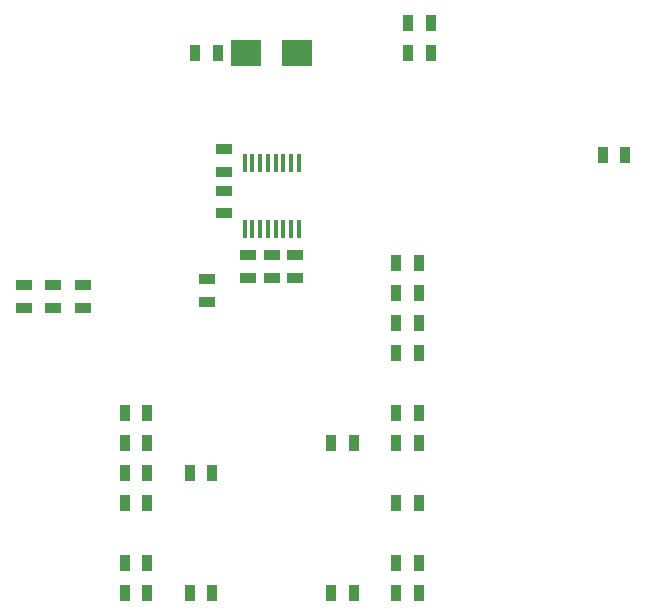
<source format=gbr>
G04 GENERATED BY PULSONIX 12.5 GERBER.DLL 9449*
G04 #@! TF.GenerationSoftware,Pulsonix,Pulsonix,12.5.9449*
G04 #@! TF.CreationDate,2025-01-20T21:22:03--1:00*
G04 #@! TF.Part,Single*
%FSLAX35Y35*%
%LPD*%
%MOMM*%
G04 #@! TF.FileFunction,Paste,Top*
G04 #@! TF.FilePolarity,Positive*
G04 #@! TA.AperFunction,SMDPad,CuDef*
%ADD24R,1.40000X0.90000*%
%ADD25R,0.35000X1.60000*%
%ADD29R,0.90000X1.40000*%
%ADD74R,2.50000X2.30000*%
G04 #@! TD.AperFunction*
X0Y0D02*
D02*
D24*
X1850000Y3329750D03*
Y3520250D03*
X2100000Y3329750D03*
Y3520250D03*
X2350000Y3329750D03*
Y3520250D03*
X3400000Y3379750D03*
Y3570250D03*
X3550000Y4129750D03*
Y4320250D03*
Y4479750D03*
Y4670250D03*
X3750000Y3579750D03*
Y3770250D03*
X3950000Y3579750D03*
Y3770250D03*
X4150000Y3579750D03*
Y3770250D03*
D02*
D25*
X3722500Y3995000D03*
Y4555000D03*
X3787500Y3995000D03*
Y4555000D03*
X3852500Y3995000D03*
Y4555000D03*
X3917500Y3995000D03*
Y4555000D03*
X3982500Y3995000D03*
Y4555000D03*
X4047500Y3995000D03*
Y4555000D03*
X4112500Y3995000D03*
Y4555000D03*
X4177500Y3995000D03*
Y4555000D03*
D02*
D29*
X2704750Y912000D03*
Y1166000D03*
Y1674000D03*
Y1928000D03*
Y2182000D03*
Y2436000D03*
X2895250Y912000D03*
Y1166000D03*
Y1674000D03*
Y1928000D03*
Y2182000D03*
Y2436000D03*
X3254750Y912000D03*
Y1928000D03*
X3304750Y5484000D03*
X3445250Y912000D03*
Y1928000D03*
X3495250Y5484000D03*
X4454750Y912000D03*
Y2182000D03*
X4645250Y912000D03*
Y2182000D03*
X5004750Y912000D03*
Y1166000D03*
Y1674000D03*
Y2182000D03*
Y2436000D03*
Y2944000D03*
Y3198000D03*
Y3452000D03*
Y3706000D03*
X5104750Y5484000D03*
Y5738000D03*
X5195250Y912000D03*
Y1166000D03*
Y1674000D03*
Y2182000D03*
Y2436000D03*
Y2944000D03*
Y3198000D03*
Y3452000D03*
Y3706000D03*
X5295250Y5484000D03*
Y5738000D03*
X6754750Y4625000D03*
X6945250D03*
D02*
D74*
X3735000Y5484000D03*
X4165000D03*
X0Y0D02*
M02*

</source>
